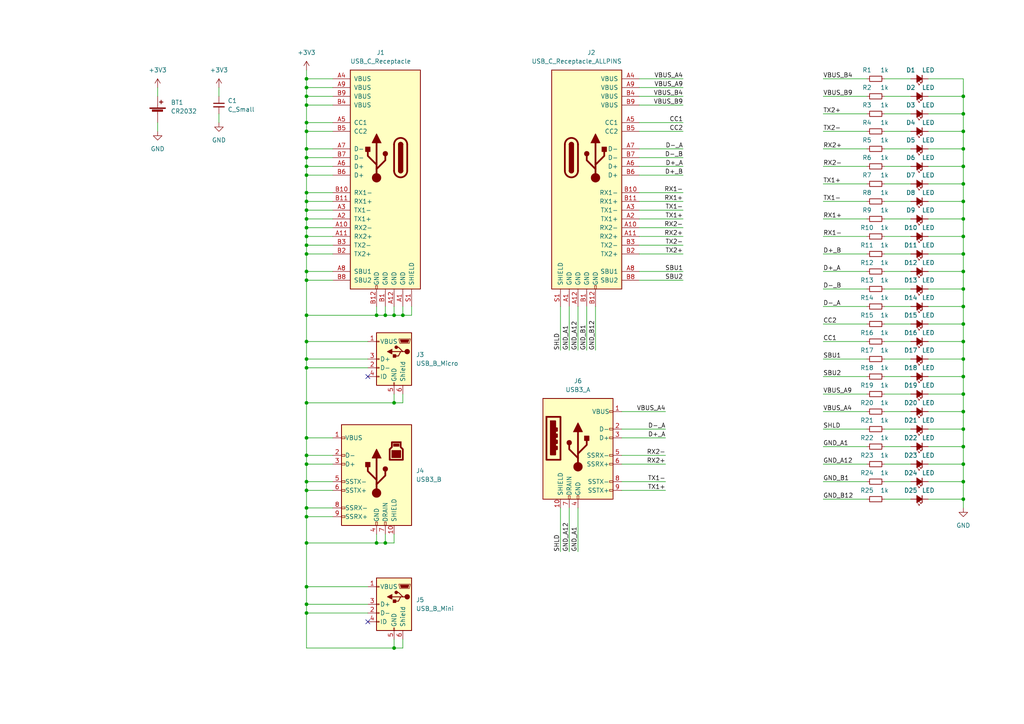
<source format=kicad_sch>
(kicad_sch (version 20230121) (generator eeschema)
  (paper "A4")
  (title_block (title "USB Cable Tester") (date "2023-08-19") (rev "2.2") (company "Quesadillon LLC"))
  (lib_symbols
    (symbol "Connector:USB3_A" (pin_names (offset 1.016))
      (property "Reference" "J" (at -10.16 15.24 0))
      (property "Value" "USB3_A" (at 10.16 15.24 0))
      (symbol "USB3_A_1_1"
        (pin power_in line (at 12.7 10.16 180) (length 2.54) (name "VBUS") (number "1"))
        (pin passive line (at -5.08 -17.78 90) (length 2.54) (name "SHIELD") (number "10"))
        (pin bidirectional line (at 12.7 5.08 180) (length 2.54) (name "D-") (number "2"))
        (pin bidirectional line (at 12.7 2.54 180) (length 2.54) (name "D+") (number "3"))
        (pin power_in line (at 0 -17.78 90) (length 2.54) (name "GND") (number "4"))
        (pin output line (at 12.7 -2.54 180) (length 2.54) (name "SSRX-") (number "5"))
        (pin output line (at 12.7 -5.08 180) (length 2.54) (name "SSRX+") (number "6"))
        (pin passive line (at -2.54 -17.78 90) (length 2.54) (name "DRAIN") (number "7"))
        (pin input line (at 12.7 -10.16 180) (length 2.54) (name "SSTX-") (number "8"))
        (pin input line (at 12.7 -12.7 180) (length 2.54) (name "SSTX+") (number "9"))
      )
    )
    (symbol "Connector:USB3_B" (pin_names (offset 1.016))
      (property "Reference" "J" (at -10.16 15.24 0))
      (property "Value" "USB3_B" (at 10.16 15.24 0))
      (symbol "USB3_B_1_1"
        (pin power_out line (at 12.7 10.16 180) (length 2.54) (name "VBUS") (number "1"))
        (pin passive line (at -5.08 -17.78 90) (length 2.54) (name "SHIELD") (number "10"))
        (pin bidirectional line (at 12.7 5.08 180) (length 2.54) (name "D-") (number "2"))
        (pin bidirectional line (at 12.7 2.54 180) (length 2.54) (name "D+") (number "3"))
        (pin power_out line (at 0 -17.78 90) (length 2.54) (name "GND") (number "4"))
        (pin output line (at 12.7 -2.54 180) (length 2.54) (name "SSTX-") (number "5"))
        (pin output line (at 12.7 -5.08 180) (length 2.54) (name "SSTX+") (number "6"))
        (pin passive line (at -2.54 -17.78 90) (length 2.54) (name "DRAIN") (number "7"))
        (pin input line (at 12.7 -10.16 180) (length 2.54) (name "SSRX-") (number "8"))
        (pin input line (at 12.7 -12.7 180) (length 2.54) (name "SSRX+") (number "9"))
      )
    )
    (symbol "Connector:USB_B_Micro" (pin_names (offset 1.016))
      (property "Reference" "J" (at -5.08 11.43 0))
      (property "Value" "USB_B_Micro" (at -5.08 8.89 0))
      (symbol "USB_B_Micro_1_1"
        (pin power_out line (at 7.62 5.08 180) (length 2.54) (name "VBUS") (number "1"))
        (pin bidirectional line (at 7.62 -2.54 180) (length 2.54) (name "D-") (number "2"))
        (pin bidirectional line (at 7.62 0 180) (length 2.54) (name "D+") (number "3"))
        (pin passive line (at 7.62 -5.08 180) (length 2.54) (name "ID") (number "4"))
        (pin power_out line (at 0 -10.16 90) (length 2.54) (name "GND") (number "5"))
        (pin passive line (at -2.54 -10.16 90) (length 2.54) (name "Shield") (number "6"))
      )
    )
    (symbol "Connector:USB_B_Mini" (pin_names (offset 1.016))
      (property "Reference" "J" (at -5.08 11.43 0))
      (property "Value" "USB_B_Mini" (at -5.08 8.89 0))
      (symbol "USB_B_Mini_1_1"
        (pin power_out line (at 7.62 5.08 180) (length 2.54) (name "VBUS") (number "1"))
        (pin bidirectional line (at 7.62 -2.54 180) (length 2.54) (name "D-") (number "2"))
        (pin bidirectional line (at 7.62 0 180) (length 2.54) (name "D+") (number "3"))
        (pin passive line (at 7.62 -5.08 180) (length 2.54) (name "ID") (number "4"))
        (pin power_out line (at 0 -10.16 90) (length 2.54) (name "GND") (number "5"))
        (pin passive line (at -2.54 -10.16 90) (length 2.54) (name "Shield") (number "6"))
      )
    )
    (symbol "Device:Battery_Cell" (pin_numbers hide) (pin_names (offset 0) hide)
      (property "Reference" "BT" (at 2.54 2.54 0))
      (property "Value" "Battery_Cell" (at 2.54 0 0))
      (symbol "Battery_Cell_1_1"
        (pin passive line (at 0 5.08 270) (length 2.54) (name "+") (number "1"))
        (pin passive line (at 0 -2.54 90) (length 2.54) (name "-") (number "2"))
      )
    )
    (symbol "Device:C_Small" (pin_numbers hide) (pin_names (offset 0.254) hide)
      (property "Reference" "C" (at 0.254 1.778 0))
      (property "Value" "C_Small" (at 0.254 -2.032 0))
      (symbol "C_Small_1_1"
        (pin passive line (at 0 2.54 270) (length 2.032) (name "~") (number "1"))
        (pin passive line (at 0 -2.54 90) (length 2.032) (name "~") (number "2"))
      )
    )
    (symbol "Device:LED_Small_Filled" (pin_numbers hide) (pin_names (offset 0.254) hide)
      (property "Reference" "D" (at -1.27 3.175 0))
      (property "Value" "LED_Small_Filled" (at -4.445 -2.54 0))
      (symbol "LED_Small_Filled_1_1"
        (pin passive line (at -2.54 0 0) (length 1.778) (name "K") (number "1"))
        (pin passive line (at 2.54 0 180) (length 1.778) (name "A") (number "2"))
      )
    )
    (symbol "Device:R_Small" (pin_numbers hide) (pin_names (offset 0.254) hide)
      (property "Reference" "R" (at 0.762 0.508 0))
      (property "Value" "R_Small" (at 0.762 -1.016 0))
      (symbol "R_Small_1_1"
        (pin passive line (at 0 2.54 270) (length 0.762) (name "~") (number "1"))
        (pin passive line (at 0 -2.54 90) (length 0.762) (name "~") (number "2"))
      )
    )
    (symbol "USB_C_Receptacle_1" (pin_names (offset 1.016))
      (property "Reference" "J1" (at 0 33.02 0))
      (property "Value" "USB_C_Receptacle" (at 7.62 30.48 0))
      (symbol "USB_C_Receptacle_1_1_1"
        (pin passive line (at -7.62 -40.64 90) (length 5.08) (name "GND") (number "A1"))
        (pin bidirectional line (at 12.7 -17.78 180) (length 5.08) (name "RX2-") (number "A10"))
        (pin bidirectional line (at 12.7 -20.32 180) (length 5.08) (name "RX2+") (number "A11"))
        (pin passive line (at -5.08 -40.64 90) (length 5.08) (name "GND") (number "A12"))
        (pin bidirectional line (at 12.7 -15.24 180) (length 5.08) (name "TX1+") (number "A2"))
        (pin bidirectional line (at 12.7 -12.7 180) (length 5.08) (name "TX1-") (number "A3"))
        (pin passive line (at 12.7 25.4 180) (length 5.08) (name "VBUS") (number "A4"))
        (pin bidirectional line (at 12.7 12.7 180) (length 5.08) (name "CC1") (number "A5"))
        (pin bidirectional line (at 12.7 0 180) (length 5.08) (name "D+") (number "A6"))
        (pin bidirectional line (at 12.7 5.08 180) (length 5.08) (name "D-") (number "A7"))
        (pin bidirectional line (at 12.7 -30.48 180) (length 5.08) (name "SBU1") (number "A8"))
        (pin passive line (at 12.7 22.86 180) (length 5.08) (name "VBUS") (number "A9"))
        (pin passive line (at -2.54 -40.64 90) (length 5.08) (name "GND") (number "B1"))
        (pin bidirectional line (at 12.7 -7.62 180) (length 5.08) (name "RX1-") (number "B10"))
        (pin bidirectional line (at 12.7 -10.16 180) (length 5.08) (name "RX1+") (number "B11"))
        (pin passive line (at 0 -40.64 90) (length 5.08) (name "GND") (number "B12"))
        (pin bidirectional line (at 12.7 -25.4 180) (length 5.08) (name "TX2+") (number "B2"))
        (pin bidirectional line (at 12.7 -22.86 180) (length 5.08) (name "TX2-") (number "B3"))
        (pin passive line (at 12.7 17.78 180) (length 5.08) (name "VBUS") (number "B4"))
        (pin bidirectional line (at 12.7 10.16 180) (length 5.08) (name "CC2") (number "B5"))
        (pin bidirectional line (at 12.7 -2.54 180) (length 5.08) (name "D+") (number "B6"))
        (pin bidirectional line (at 12.7 2.54 180) (length 5.08) (name "D-") (number "B7"))
        (pin bidirectional line (at 12.7 -33.02 180) (length 5.08) (name "SBU2") (number "B8"))
        (pin passive line (at 12.7 20.32 180) (length 5.08) (name "VBUS") (number "B9"))
        (pin passive line (at -10.16 -40.64 90) (length 5.08) (name "SHIELD") (number "S1"))
      )
    )
    (symbol "USB_C_Receptacle_2" (pin_names (offset 1.016))
      (property "Reference" "J?" (at 0 33.02 0))
      (property "Value" "USB_C_Receptacle_ALLPINS" (at 7.62 30.48 0))
      (symbol "USB_C_Receptacle_2_1_1"
        (pin passive line (at -7.62 -40.64 90) (length 5.08) (name "GND") (number "A1"))
        (pin bidirectional line (at 12.7 -17.78 180) (length 5.08) (name "RX2-") (number "A10"))
        (pin bidirectional line (at 12.7 -20.32 180) (length 5.08) (name "RX2+") (number "A11"))
        (pin passive line (at -5.08 -40.64 90) (length 5.08) (name "GND") (number "A12"))
        (pin bidirectional line (at 12.7 -15.24 180) (length 5.08) (name "TX1+") (number "A2"))
        (pin bidirectional line (at 12.7 -12.7 180) (length 5.08) (name "TX1-") (number "A3"))
        (pin passive line (at 12.7 25.4 180) (length 5.08) (name "VBUS") (number "A4"))
        (pin bidirectional line (at 12.7 12.7 180) (length 5.08) (name "CC1") (number "A5"))
        (pin bidirectional line (at 12.7 0 180) (length 5.08) (name "D+") (number "A6"))
        (pin bidirectional line (at 12.7 5.08 180) (length 5.08) (name "D-") (number "A7"))
        (pin bidirectional line (at 12.7 -30.48 180) (length 5.08) (name "SBU1") (number "A8"))
        (pin passive line (at 12.7 22.86 180) (length 5.08) (name "VBUS") (number "A9"))
        (pin passive line (at -2.54 -40.64 90) (length 5.08) (name "GND") (number "B1"))
        (pin bidirectional line (at 12.7 -7.62 180) (length 5.08) (name "RX1-") (number "B10"))
        (pin bidirectional line (at 12.7 -10.16 180) (length 5.08) (name "RX1+") (number "B11"))
        (pin passive line (at 0 -40.64 90) (length 5.08) (name "GND") (number "B12"))
        (pin bidirectional line (at 12.7 -25.4 180) (length 5.08) (name "TX2+") (number "B2"))
        (pin bidirectional line (at 12.7 -22.86 180) (length 5.08) (name "TX2-") (number "B3"))
        (pin passive line (at 12.7 20.32 180) (length 5.08) (name "VBUS") (number "B4"))
        (pin bidirectional line (at 12.7 10.16 180) (length 5.08) (name "CC2") (number "B5"))
        (pin bidirectional line (at 12.7 -2.54 180) (length 5.08) (name "D+") (number "B6"))
        (pin bidirectional line (at 12.7 2.54 180) (length 5.08) (name "D-") (number "B7"))
        (pin bidirectional line (at 12.7 -33.02 180) (length 5.08) (name "SBU2") (number "B8"))
        (pin passive line (at 12.7 17.78 180) (length 5.08) (name "VBUS") (number "B9"))
        (pin passive line (at -10.16 -40.64 90) (length 5.08) (name "SHIELD") (number "S1"))
      )
    )
    (symbol "power:+3V3" (power) (pin_names (offset 0))
      (property "Value" "+3V3" (at 0 3.556 0))
      (symbol "+3V3_1_1"
        (pin power_in line (at 0 0 90) (length 0) hide (name "+3V3") (number "1"))
      )
    )
    (symbol "power:GND" (power) (pin_names (offset 0))
      (property "Value" "GND" (at 0 -3.81 0))
      (symbol "GND_1_1"
        (pin power_in line (at 0 0 270) (length 0) hide (name "GND") (number "1"))
      )
    )
  )
  (junction (at 88.9 134.62))
  (junction (at 88.9 78.74))
  (junction (at 279.4 43.18))
  (junction (at 109.22 91.44))
  (junction (at 88.9 66.04))
  (junction (at 114.3 91.44))
  (junction (at 88.9 127))
  (junction (at 88.9 106.68))
  (junction (at 111.76 91.44))
  (junction (at 88.9 25.4))
  (junction (at 88.9 132.08))
  (junction (at 279.4 139.7))
  (junction (at 88.9 55.88))
  (junction (at 88.9 38.1))
  (junction (at 88.9 68.58))
  (junction (at 114.3 187.96))
  (junction (at 88.9 45.72))
  (junction (at 88.9 177.8))
  (junction (at 88.9 58.42))
  (junction (at 88.9 116.84))
  (junction (at 88.9 149.86))
  (junction (at 88.9 99.06))
  (junction (at 279.4 99.06))
  (junction (at 279.4 119.38))
  (junction (at 88.9 73.66))
  (junction (at 279.4 27.94))
  (junction (at 88.9 30.48))
  (junction (at 88.9 175.26))
  (junction (at 109.22 157.48))
  (junction (at 279.4 58.42))
  (junction (at 88.9 35.56))
  (junction (at 88.9 50.8))
  (junction (at 111.76 157.48))
  (junction (at 279.4 88.9))
  (junction (at 279.4 104.14))
  (junction (at 88.9 142.24))
  (junction (at 88.9 91.44))
  (junction (at 279.4 68.58))
  (junction (at 116.84 91.44))
  (junction (at 88.9 157.48))
  (junction (at 88.9 104.14))
  (junction (at 279.4 83.82))
  (junction (at 88.9 71.12))
  (junction (at 88.9 139.7))
  (junction (at 88.9 81.28))
  (junction (at 88.9 27.94))
  (junction (at 279.4 53.34))
  (junction (at 279.4 78.74))
  (junction (at 279.4 63.5))
  (junction (at 279.4 144.78))
  (junction (at 279.4 109.22))
  (junction (at 88.9 147.32))
  (junction (at 279.4 129.54))
  (junction (at 88.9 43.18))
  (junction (at 279.4 93.98))
  (junction (at 88.9 170.18))
  (junction (at 279.4 48.26))
  (junction (at 279.4 124.46))
  (junction (at 88.9 48.26))
  (junction (at 279.4 73.66))
  (junction (at 279.4 114.3))
  (junction (at 279.4 38.1))
  (junction (at 88.9 63.5))
  (junction (at 279.4 134.62))
  (junction (at 88.9 60.96))
  (junction (at 114.3 116.84))
  (junction (at 88.9 22.86))
  (junction (at 279.4 33.02))
  (no_connect (at 106.68 109.22))
  (no_connect (at 106.68 180.34))
  (wire (pts (xy 256.54 78.74) (xy 264.16 78.74)))
  (wire (pts (xy 88.9 43.18) (xy 88.9 45.72)))
  (wire (pts (xy 256.54 99.06) (xy 264.16 99.06)))
  (wire (pts (xy 88.9 68.58) (xy 96.52 68.58)))
  (wire (pts (xy 88.9 25.4) (xy 88.9 27.94)))
  (wire (pts (xy 88.9 48.26) (xy 88.9 50.8)))
  (wire (pts (xy 88.9 58.42) (xy 96.52 58.42)))
  (wire (pts (xy 88.9 50.8) (xy 88.9 55.88)))
  (wire (pts (xy 256.54 43.18) (xy 264.16 43.18)))
  (wire (pts (xy 88.9 78.74) (xy 88.9 81.28)))
  (wire (pts (xy 185.42 68.58) (xy 198.12 68.58)))
  (wire (pts (xy 256.54 63.5) (xy 264.16 63.5)))
  (wire (pts (xy 251.46 48.26) (xy 238.76 48.26)))
  (wire (pts (xy 279.4 63.5) (xy 279.4 68.58)))
  (wire (pts (xy 116.84 91.44) (xy 116.84 88.9)))
  (wire (pts (xy 269.24 78.74) (xy 279.4 78.74)))
  (wire (pts (xy 88.9 43.18) (xy 96.52 43.18)))
  (wire (pts (xy 269.24 134.62) (xy 279.4 134.62)))
  (wire (pts (xy 279.4 114.3) (xy 279.4 119.38)))
  (wire (pts (xy 88.9 48.26) (xy 96.52 48.26)))
  (wire (pts (xy 256.54 88.9) (xy 264.16 88.9)))
  (wire (pts (xy 251.46 144.78) (xy 238.76 144.78)))
  (wire (pts (xy 269.24 68.58) (xy 279.4 68.58)))
  (wire (pts (xy 256.54 93.98) (xy 264.16 93.98)))
  (wire (pts (xy 251.46 129.54) (xy 238.76 129.54)))
  (wire (pts (xy 119.38 88.9) (xy 119.38 91.44)))
  (wire (pts (xy 251.46 114.3) (xy 238.76 114.3)))
  (wire (pts (xy 88.9 45.72) (xy 88.9 48.26)))
  (wire (pts (xy 279.4 33.02) (xy 279.4 38.1)))
  (wire (pts (xy 114.3 116.84) (xy 88.9 116.84)))
  (wire (pts (xy 251.46 22.86) (xy 238.76 22.86)))
  (wire (pts (xy 256.54 83.82) (xy 264.16 83.82)))
  (wire (pts (xy 256.54 124.46) (xy 264.16 124.46)))
  (wire (pts (xy 269.24 93.98) (xy 279.4 93.98)))
  (wire (pts (xy 256.54 22.86) (xy 264.16 22.86)))
  (wire (pts (xy 88.9 78.74) (xy 96.52 78.74)))
  (wire (pts (xy 88.9 170.18) (xy 106.68 170.18)))
  (wire (pts (xy 111.76 91.44) (xy 114.3 91.44)))
  (wire (pts (xy 116.84 185.42) (xy 116.84 187.96)))
  (wire (pts (xy 256.54 134.62) (xy 264.16 134.62)))
  (wire (pts (xy 162.56 147.32) (xy 162.56 160.02)))
  (wire (pts (xy 180.34 132.08) (xy 193.04 132.08)))
  (wire (pts (xy 114.3 154.94) (xy 114.3 157.48)))
  (wire (pts (xy 111.76 88.9) (xy 111.76 91.44)))
  (wire (pts (xy 180.34 124.46) (xy 193.04 124.46)))
  (wire (pts (xy 251.46 109.22) (xy 238.76 109.22)))
  (wire (pts (xy 269.24 43.18) (xy 279.4 43.18)))
  (wire (pts (xy 185.42 25.4) (xy 198.12 25.4)))
  (wire (pts (xy 88.9 81.28) (xy 88.9 91.44)))
  (wire (pts (xy 279.4 48.26) (xy 279.4 53.34)))
  (wire (pts (xy 269.24 27.94) (xy 279.4 27.94)))
  (wire (pts (xy 185.42 55.88) (xy 198.12 55.88)))
  (wire (pts (xy 116.84 187.96) (xy 114.3 187.96)))
  (wire (pts (xy 269.24 104.14) (xy 279.4 104.14)))
  (wire (pts (xy 251.46 124.46) (xy 238.76 124.46)))
  (wire (pts (xy 279.4 73.66) (xy 279.4 78.74)))
  (wire (pts (xy 251.46 73.66) (xy 238.76 73.66)))
  (wire (pts (xy 88.9 116.84) (xy 88.9 127)))
  (wire (pts (xy 256.54 139.7) (xy 264.16 139.7)))
  (wire (pts (xy 185.42 38.1) (xy 198.12 38.1)))
  (wire (pts (xy 88.9 106.68) (xy 106.68 106.68)))
  (wire (pts (xy 172.72 88.9) (xy 172.72 101.6)))
  (wire (pts (xy 269.24 38.1) (xy 279.4 38.1)))
  (wire (pts (xy 88.9 22.86) (xy 88.9 25.4)))
  (wire (pts (xy 109.22 91.44) (xy 111.76 91.44)))
  (wire (pts (xy 279.4 93.98) (xy 279.4 99.06)))
  (wire (pts (xy 88.9 55.88) (xy 96.52 55.88)))
  (wire (pts (xy 269.24 99.06) (xy 279.4 99.06)))
  (wire (pts (xy 185.42 50.8) (xy 198.12 50.8)))
  (wire (pts (xy 167.64 147.32) (xy 167.64 160.02)))
  (wire (pts (xy 111.76 154.94) (xy 111.76 157.48)))
  (wire (pts (xy 109.22 91.44) (xy 109.22 88.9)))
  (wire (pts (xy 45.72 35.56) (xy 45.72 38.1)))
  (wire (pts (xy 88.9 71.12) (xy 88.9 73.66)))
  (wire (pts (xy 279.4 83.82) (xy 279.4 88.9)))
  (wire (pts (xy 63.5 33.02) (xy 63.5 35.56)))
  (wire (pts (xy 180.34 127) (xy 193.04 127)))
  (wire (pts (xy 88.9 106.68) (xy 88.9 116.84)))
  (wire (pts (xy 88.9 73.66) (xy 88.9 78.74)))
  (wire (pts (xy 88.9 99.06) (xy 88.9 91.44)))
  (wire (pts (xy 269.24 63.5) (xy 279.4 63.5)))
  (wire (pts (xy 180.34 134.62) (xy 193.04 134.62)))
  (wire (pts (xy 88.9 134.62) (xy 88.9 139.7)))
  (wire (pts (xy 269.24 144.78) (xy 279.4 144.78)))
  (wire (pts (xy 63.5 25.4) (xy 63.5 27.94)))
  (wire (pts (xy 165.1 147.32) (xy 165.1 160.02)))
  (wire (pts (xy 185.42 30.48) (xy 198.12 30.48)))
  (wire (pts (xy 119.38 91.44) (xy 116.84 91.44)))
  (wire (pts (xy 185.42 78.74) (xy 198.12 78.74)))
  (wire (pts (xy 279.4 129.54) (xy 279.4 134.62)))
  (wire (pts (xy 279.4 104.14) (xy 279.4 109.22)))
  (wire (pts (xy 279.4 38.1) (xy 279.4 43.18)))
  (wire (pts (xy 88.9 99.06) (xy 106.68 99.06)))
  (wire (pts (xy 279.4 109.22) (xy 279.4 114.3)))
  (wire (pts (xy 88.9 147.32) (xy 88.9 149.86)))
  (wire (pts (xy 88.9 139.7) (xy 96.52 139.7)))
  (wire (pts (xy 88.9 132.08) (xy 96.52 132.08)))
  (wire (pts (xy 256.54 48.26) (xy 264.16 48.26)))
  (wire (pts (xy 279.4 43.18) (xy 279.4 48.26)))
  (wire (pts (xy 88.9 55.88) (xy 88.9 58.42)))
  (wire (pts (xy 185.42 60.96) (xy 198.12 60.96)))
  (wire (pts (xy 256.54 58.42) (xy 264.16 58.42)))
  (wire (pts (xy 251.46 134.62) (xy 238.76 134.62)))
  (wire (pts (xy 251.46 83.82) (xy 238.76 83.82)))
  (wire (pts (xy 114.3 91.44) (xy 116.84 91.44)))
  (wire (pts (xy 269.24 53.34) (xy 279.4 53.34)))
  (wire (pts (xy 269.24 48.26) (xy 279.4 48.26)))
  (wire (pts (xy 251.46 99.06) (xy 238.76 99.06)))
  (wire (pts (xy 114.3 114.3) (xy 114.3 116.84)))
  (wire (pts (xy 88.9 73.66) (xy 96.52 73.66)))
  (wire (pts (xy 180.34 142.24) (xy 193.04 142.24)))
  (wire (pts (xy 88.9 134.62) (xy 96.52 134.62)))
  (wire (pts (xy 256.54 144.78) (xy 264.16 144.78)))
  (wire (pts (xy 279.4 53.34) (xy 279.4 58.42)))
  (wire (pts (xy 109.22 157.48) (xy 88.9 157.48)))
  (wire (pts (xy 88.9 132.08) (xy 88.9 134.62)))
  (wire (pts (xy 269.24 83.82) (xy 279.4 83.82)))
  (wire (pts (xy 251.46 68.58) (xy 238.76 68.58)))
  (wire (pts (xy 162.56 88.9) (xy 162.56 101.6)))
  (wire (pts (xy 180.34 119.38) (xy 193.04 119.38)))
  (wire (pts (xy 114.3 185.42) (xy 114.3 187.96)))
  (wire (pts (xy 96.52 22.86) (xy 88.9 22.86)))
  (wire (pts (xy 114.3 187.96) (xy 88.9 187.96)))
  (wire (pts (xy 269.24 88.9) (xy 279.4 88.9)))
  (wire (pts (xy 185.42 48.26) (xy 198.12 48.26)))
  (wire (pts (xy 88.9 50.8) (xy 96.52 50.8)))
  (wire (pts (xy 269.24 139.7) (xy 279.4 139.7)))
  (wire (pts (xy 88.9 177.8) (xy 106.68 177.8)))
  (wire (pts (xy 185.42 66.04) (xy 198.12 66.04)))
  (wire (pts (xy 88.9 60.96) (xy 96.52 60.96)))
  (wire (pts (xy 88.9 38.1) (xy 96.52 38.1)))
  (wire (pts (xy 185.42 35.56) (xy 198.12 35.56)))
  (wire (pts (xy 170.18 88.9) (xy 170.18 101.6)))
  (wire (pts (xy 279.4 78.74) (xy 279.4 83.82)))
  (wire (pts (xy 279.4 134.62) (xy 279.4 139.7)))
  (wire (pts (xy 256.54 129.54) (xy 264.16 129.54)))
  (wire (pts (xy 88.9 149.86) (xy 88.9 157.48)))
  (wire (pts (xy 88.9 27.94) (xy 96.52 27.94)))
  (wire (pts (xy 88.9 81.28) (xy 96.52 81.28)))
  (wire (pts (xy 45.72 25.4) (xy 45.72 27.94)))
  (wire (pts (xy 116.84 114.3) (xy 116.84 116.84)))
  (wire (pts (xy 251.46 33.02) (xy 238.76 33.02)))
  (wire (pts (xy 269.24 124.46) (xy 279.4 124.46)))
  (wire (pts (xy 269.24 22.86) (xy 279.4 22.86)))
  (wire (pts (xy 251.46 78.74) (xy 238.76 78.74)))
  (wire (pts (xy 88.9 38.1) (xy 88.9 43.18)))
  (wire (pts (xy 279.4 22.86) (xy 279.4 27.94)))
  (wire (pts (xy 251.46 119.38) (xy 238.76 119.38)))
  (wire (pts (xy 88.9 66.04) (xy 88.9 68.58)))
  (wire (pts (xy 279.4 144.78) (xy 279.4 147.32)))
  (wire (pts (xy 185.42 71.12) (xy 198.12 71.12)))
  (wire (pts (xy 88.9 45.72) (xy 96.52 45.72)))
  (wire (pts (xy 88.9 25.4) (xy 96.52 25.4)))
  (wire (pts (xy 279.4 27.94) (xy 279.4 33.02)))
  (wire (pts (xy 114.3 157.48) (xy 111.76 157.48)))
  (wire (pts (xy 256.54 104.14) (xy 264.16 104.14)))
  (wire (pts (xy 88.9 63.5) (xy 96.52 63.5)))
  (wire (pts (xy 167.64 88.9) (xy 167.64 101.6)))
  (wire (pts (xy 88.9 175.26) (xy 106.68 175.26)))
  (wire (pts (xy 180.34 139.7) (xy 193.04 139.7)))
  (wire (pts (xy 88.9 177.8) (xy 88.9 187.96)))
  (wire (pts (xy 88.9 66.04) (xy 96.52 66.04)))
  (wire (pts (xy 256.54 33.02) (xy 264.16 33.02)))
  (wire (pts (xy 269.24 33.02) (xy 279.4 33.02)))
  (wire (pts (xy 88.9 35.56) (xy 88.9 38.1)))
  (wire (pts (xy 165.1 88.9) (xy 165.1 101.6)))
  (wire (pts (xy 269.24 109.22) (xy 279.4 109.22)))
  (wire (pts (xy 88.9 104.14) (xy 106.68 104.14)))
  (wire (pts (xy 88.9 157.48) (xy 88.9 170.18)))
  (wire (pts (xy 88.9 127) (xy 88.9 132.08)))
  (wire (pts (xy 256.54 114.3) (xy 264.16 114.3)))
  (wire (pts (xy 88.9 30.48) (xy 96.52 30.48)))
  (wire (pts (xy 269.24 119.38) (xy 279.4 119.38)))
  (wire (pts (xy 185.42 58.42) (xy 198.12 58.42)))
  (wire (pts (xy 256.54 38.1) (xy 264.16 38.1)))
  (wire (pts (xy 269.24 114.3) (xy 279.4 114.3)))
  (wire (pts (xy 256.54 109.22) (xy 264.16 109.22)))
  (wire (pts (xy 256.54 68.58) (xy 264.16 68.58)))
  (wire (pts (xy 251.46 38.1) (xy 238.76 38.1)))
  (wire (pts (xy 88.9 106.68) (xy 88.9 104.14)))
  (wire (pts (xy 279.4 58.42) (xy 279.4 63.5)))
  (wire (pts (xy 251.46 93.98) (xy 238.76 93.98)))
  (wire (pts (xy 279.4 119.38) (xy 279.4 124.46)))
  (wire (pts (xy 269.24 129.54) (xy 279.4 129.54)))
  (wire (pts (xy 279.4 124.46) (xy 279.4 129.54)))
  (wire (pts (xy 88.9 170.18) (xy 88.9 175.26)))
  (wire (pts (xy 88.9 91.44) (xy 109.22 91.44)))
  (wire (pts (xy 88.9 142.24) (xy 88.9 147.32)))
  (wire (pts (xy 88.9 104.14) (xy 88.9 99.06)))
  (wire (pts (xy 269.24 58.42) (xy 279.4 58.42)))
  (wire (pts (xy 279.4 88.9) (xy 279.4 93.98)))
  (wire (pts (xy 279.4 68.58) (xy 279.4 73.66)))
  (wire (pts (xy 251.46 104.14) (xy 238.76 104.14)))
  (wire (pts (xy 279.4 99.06) (xy 279.4 104.14)))
  (wire (pts (xy 88.9 60.96) (xy 88.9 63.5)))
  (wire (pts (xy 251.46 58.42) (xy 238.76 58.42)))
  (wire (pts (xy 185.42 63.5) (xy 198.12 63.5)))
  (wire (pts (xy 88.9 127) (xy 96.52 127)))
  (wire (pts (xy 88.9 142.24) (xy 96.52 142.24)))
  (wire (pts (xy 251.46 53.34) (xy 238.76 53.34)))
  (wire (pts (xy 185.42 27.94) (xy 198.12 27.94)))
  (wire (pts (xy 88.9 30.48) (xy 88.9 35.56)))
  (wire (pts (xy 251.46 63.5) (xy 238.76 63.5)))
  (wire (pts (xy 88.9 139.7) (xy 88.9 142.24)))
  (wire (pts (xy 88.9 20.32) (xy 88.9 22.86)))
  (wire (pts (xy 88.9 71.12) (xy 96.52 71.12)))
  (wire (pts (xy 251.46 88.9) (xy 238.76 88.9)))
  (wire (pts (xy 88.9 175.26) (xy 88.9 177.8)))
  (wire (pts (xy 251.46 43.18) (xy 238.76 43.18)))
  (wire (pts (xy 185.42 73.66) (xy 198.12 73.66)))
  (wire (pts (xy 111.76 157.48) (xy 109.22 157.48)))
  (wire (pts (xy 88.9 149.86) (xy 96.52 149.86)))
  (wire (pts (xy 88.9 63.5) (xy 88.9 66.04)))
  (wire (pts (xy 88.9 147.32) (xy 96.52 147.32)))
  (wire (pts (xy 185.42 22.86) (xy 198.12 22.86)))
  (wire (pts (xy 256.54 73.66) (xy 264.16 73.66)))
  (wire (pts (xy 88.9 35.56) (xy 96.52 35.56)))
  (wire (pts (xy 256.54 53.34) (xy 264.16 53.34)))
  (wire (pts (xy 185.42 45.72) (xy 198.12 45.72)))
  (wire (pts (xy 269.24 73.66) (xy 279.4 73.66)))
  (wire (pts (xy 116.84 116.84) (xy 114.3 116.84)))
  (wire (pts (xy 256.54 27.94) (xy 264.16 27.94)))
  (wire (pts (xy 185.42 43.18) (xy 198.12 43.18)))
  (wire (pts (xy 114.3 88.9) (xy 114.3 91.44)))
  (wire (pts (xy 109.22 154.94) (xy 109.22 157.48)))
  (wire (pts (xy 88.9 27.94) (xy 88.9 30.48)))
  (wire (pts (xy 279.4 139.7) (xy 279.4 144.78)))
  (wire (pts (xy 185.42 81.28) (xy 198.12 81.28)))
  (wire (pts (xy 256.54 119.38) (xy 264.16 119.38)))
  (wire (pts (xy 251.46 139.7) (xy 238.76 139.7)))
  (wire (pts (xy 88.9 58.42) (xy 88.9 60.96)))
  (wire (pts (xy 88.9 68.58) (xy 88.9 71.12)))
  (wire (pts (xy 251.46 27.94) (xy 238.76 27.94)))
  (label "D+_A" (at 198.12 48.26 180))
  (label "GND_B12" (at 172.72 101.6 90))
  (label "TX2-" (at 198.12 71.12 180))
  (label "VBUS_B4" (at 198.12 27.94 180))
  (label "RX1+" (at 198.12 58.42 180))
  (label "VBUS_A9" (at 238.76 114.3 0))
  (label "VBUS_B4" (at 238.76 22.86 0))
  (label "RX2+" (at 193.04 134.62 180))
  (label "VBUS_A9" (at 198.12 25.4 180))
  (label "RX2-" (at 238.76 48.26 0))
  (label "GND_B12" (at 238.76 144.78 0))
  (label "CC2" (at 238.76 93.98 0))
  (label "D-_A" (at 193.04 124.46 180))
  (label "VBUS_B9" (at 198.12 30.48 180))
  (label "SBU2" (at 238.76 109.22 0))
  (label "GND_B1" (at 238.76 139.7 0))
  (label "TX2+" (at 198.12 73.66 180))
  (label "D-_A" (at 198.12 43.18 180))
  (label "SHLD" (at 162.56 160.02 90))
  (label "VBUS_B9" (at 238.76 27.94 0))
  (label "GND_A1" (at 167.64 160.02 90))
  (label "SHLD" (at 162.56 101.6 90))
  (label "SHLD" (at 238.76 124.46 0))
  (label "SBU1" (at 238.76 104.14 0))
  (label "RX2+" (at 238.76 43.18 0))
  (label "GND_B1" (at 170.18 101.6 90))
  (label "RX2-" (at 198.12 66.04 180))
  (label "CC1" (at 238.76 99.06 0))
  (label "GND_A1" (at 238.76 129.54 0))
  (label "TX2-" (at 238.76 38.1 0))
  (label "TX2+" (at 238.76 33.02 0))
  (label "D-_B" (at 238.76 83.82 0))
  (label "D-_B" (at 198.12 45.72 180))
  (label "TX1-" (at 238.76 58.42 0))
  (label "TX1-" (at 198.12 60.96 180))
  (label "CC2" (at 198.12 38.1 180))
  (label "GND_A12" (at 165.1 160.02 90))
  (label "CC1" (at 198.12 35.56 180))
  (label "TX1+" (at 193.04 142.24 180))
  (label "D+_A" (at 238.76 78.74 0))
  (label "GND_A12" (at 167.64 101.6 90))
  (label "RX2-" (at 193.04 132.08 180))
  (label "RX1-" (at 198.12 55.88 180))
  (label "GND_A1" (at 165.1 101.6 90))
  (label "TX1-" (at 193.04 139.7 180))
  (label "RX2+" (at 198.12 68.58 180))
  (label "VBUS_A4" (at 238.76 119.38 0))
  (label "D+_A" (at 193.04 127 180))
  (label "TX1+" (at 238.76 53.34 0))
  (label "RX1-" (at 238.76 68.58 0))
  (label "TX1+" (at 198.12 63.5 180))
  (label "VBUS_A4" (at 198.12 22.86 180))
  (label "VBUS_A4" (at 193.04 119.38 180))
  (label "D+_B" (at 198.12 50.8 180))
  (label "SBU2" (at 198.12 81.28 180))
  (label "RX1+" (at 238.76 63.5 0))
  (label "D-_A" (at 238.76 88.9 0))
  (label "SBU1" (at 198.12 78.74 180))
  (label "GND_A12" (at 238.76 134.62 0))
  (label "D+_B" (at 238.76 73.66 0))
  (symbol (lib_id "Device:R_Small") (at 254 109.22 90) (unit 1)
    (property "Reference" "R18" (at 251.46 106.68 90))
    (property "Value" "1k" (at 256.54 106.68 90))
    (property "Footprint" "Resistor_SMD:R_0603_1608Metric" (effects hide))
    (property "LCSC" "C4190" (effects hide))
  )
  (symbol (lib_id "Device:LED_Small_Filled") (at 266.7 22.86 180) (unit 1)
    (property "Reference" "D1" (at 264.16 20.32 0))
    (property "Value" "LED" (at 269.24 20.32 0))
    (property "Footprint" "LED_SMD:LED_0603_1608Metric" (effects hide))
    (property "LCSC" "C72038" (effects hide))
  )
  (symbol (lib_id "Device:R_Small") (at 254 22.86 90) (unit 1)
    (property "Reference" "R1" (at 251.46 20.32 90))
    (property "Value" "1k" (at 256.54 20.32 90))
    (property "Footprint" "Resistor_SMD:R_0603_1608Metric" (effects hide))
    (property "LCSC" "C4190" (effects hide))
  )
  (symbol (lib_id "Device:R_Small") (at 254 83.82 90) (unit 1)
    (property "Reference" "R13" (at 251.46 81.28 90))
    (property "Value" "1k" (at 256.54 81.28 90))
    (property "Footprint" "Resistor_SMD:R_0603_1608Metric" (effects hide))
    (property "LCSC" "C4190" (effects hide))
  )
  (symbol (lib_id "Device:LED_Small_Filled") (at 266.7 53.34 180) (unit 1)
    (property "Reference" "D7" (at 264.16 50.8 0))
    (property "Value" "LED" (at 269.24 50.8 0))
    (property "Footprint" "LED_SMD:LED_0603_1608Metric" (effects hide))
    (property "LCSC" "C72038" (effects hide))
  )
  (symbol (lib_name "USB_C_Receptacle_1") (lib_id "Connector:USB_C_Receptacle") (at 109.22 48.26 0) (mirror y) (unit 1)
    (property "Reference" "J1" (at 109.22 15.24 0) (effects (justify right)))
    (property "Value" "USB_C_Receptacle" (at 101.6 17.78 0) (effects (justify right)))
    (property "Footprint" "myfootprints:USB_C" (effects hide))
    (property "Datasheet" "https://datasheet.lcsc.com/lcsc/1912111437_SHOU-HAN-TYPE-C-24P-QCHT_C456013.pdf" (effects hide))
    (property "LCSC" "C456013" (effects hide))
  )
  (symbol (lib_id "Device:R_Small") (at 254 93.98 90) (unit 1)
    (property "Reference" "R15" (at 251.46 91.44 90))
    (property "Value" "1k" (at 256.54 91.44 90))
    (property "Footprint" "Resistor_SMD:R_0603_1608Metric" (effects hide))
    (property "LCSC" "C4190" (effects hide))
  )
  (symbol (lib_id "power:+3V3") (at 63.5 25.4 0) (unit 1)
    (property "Reference" "#PWR0101" (effects hide))
    (property "Value" "+3V3" (at 63.5 20.32 0))
  )
  (symbol (lib_id "Device:LED_Small_Filled") (at 266.7 99.06 180) (unit 1)
    (property "Reference" "D16" (at 264.16 96.52 0))
    (property "Value" "LED" (at 269.24 96.52 0))
    (property "Footprint" "LED_SMD:LED_0603_1608Metric" (effects hide))
    (property "LCSC" "C72038" (effects hide))
  )
  (symbol (lib_id "Device:R_Small") (at 254 33.02 90) (unit 1)
    (property "Reference" "R3" (at 251.46 30.48 90))
    (property "Value" "1k" (at 256.54 30.48 90))
    (property "Footprint" "Resistor_SMD:R_0603_1608Metric" (effects hide))
    (property "LCSC" "C4190" (effects hide))
  )
  (symbol (lib_id "Device:R_Small") (at 254 58.42 90) (unit 1)
    (property "Reference" "R8" (at 251.46 55.88 90))
    (property "Value" "1k" (at 256.54 55.88 90))
    (property "Footprint" "Resistor_SMD:R_0603_1608Metric" (effects hide))
    (property "LCSC" "C4190" (effects hide))
  )
  (symbol (lib_id "Device:LED_Small_Filled") (at 266.7 114.3 180) (unit 1)
    (property "Reference" "D19" (at 264.16 111.76 0))
    (property "Value" "LED" (at 269.24 111.76 0))
    (property "Footprint" "LED_SMD:LED_0603_1608Metric" (effects hide))
    (property "LCSC" "C72038" (effects hide))
  )
  (symbol (lib_id "Device:R_Small") (at 254 124.46 90) (unit 1)
    (property "Reference" "R21" (at 251.46 121.92 90))
    (property "Value" "1k" (at 256.54 121.92 90))
    (property "Footprint" "Resistor_SMD:R_0603_1608Metric" (effects hide))
    (property "LCSC" "C4190" (effects hide))
  )
  (symbol (lib_id "Device:R_Small") (at 254 99.06 90) (unit 1)
    (property "Reference" "R16" (at 251.46 96.52 90))
    (property "Value" "1k" (at 256.54 96.52 90))
    (property "Footprint" "Resistor_SMD:R_0603_1608Metric" (effects hide))
    (property "LCSC" "C4190" (effects hide))
  )
  (symbol (lib_id "Device:R_Small") (at 254 139.7 90) (unit 1)
    (property "Reference" "R24" (at 251.46 137.16 90))
    (property "Value" "1k" (at 256.54 137.16 90))
    (property "Footprint" "Resistor_SMD:R_0603_1608Metric" (effects hide))
    (property "LCSC" "C4190" (effects hide))
  )
  (symbol (lib_id "Device:R_Small") (at 254 119.38 90) (unit 1)
    (property "Reference" "R20" (at 251.46 116.84 90))
    (property "Value" "1k" (at 256.54 116.84 90))
    (property "Footprint" "Resistor_SMD:R_0603_1608Metric" (effects hide))
    (property "LCSC" "C4190" (effects hide))
  )
  (symbol (lib_id "Device:R_Small") (at 254 68.58 90) (unit 1)
    (property "Reference" "R10" (at 251.46 66.04 90))
    (property "Value" "1k" (at 256.54 66.04 90))
    (property "Footprint" "Resistor_SMD:R_0603_1608Metric" (effects hide))
    (property "LCSC" "C4190" (effects hide))
  )
  (symbol (lib_id "power:+3V3") (at 88.9 20.32 0) (unit 1)
    (property "Reference" "#PWR0105" (effects hide))
    (property "Value" "+3V3" (at 88.9 15.24 0))
  )
  (symbol (lib_id "power:+3V3") (at 45.72 25.4 0) (unit 1)
    (property "Reference" "#PWR0103" (effects hide))
    (property "Value" "+3V3" (at 45.72 20.32 0))
  )
  (symbol (lib_id "Device:LED_Small_Filled") (at 266.7 43.18 180) (unit 1)
    (property "Reference" "D5" (at 264.16 40.64 0))
    (property "Value" "LED" (at 269.24 40.64 0))
    (property "Footprint" "LED_SMD:LED_0603_1608Metric" (effects hide))
    (property "LCSC" "C72038" (effects hide))
  )
  (symbol (lib_id "Device:LED_Small_Filled") (at 266.7 109.22 180) (unit 1)
    (property "Reference" "D18" (at 264.16 106.68 0))
    (property "Value" "LED" (at 269.24 106.68 0))
    (property "Footprint" "LED_SMD:LED_0603_1608Metric" (effects hide))
    (property "LCSC" "C72038" (effects hide))
  )
  (symbol (lib_id "Device:R_Small") (at 254 53.34 90) (unit 1)
    (property "Reference" "R7" (at 251.46 50.8 90))
    (property "Value" "1k" (at 256.54 50.8 90))
    (property "Footprint" "Resistor_SMD:R_0603_1608Metric" (effects hide))
    (property "LCSC" "C4190" (effects hide))
  )
  (symbol (lib_id "Device:LED_Small_Filled") (at 266.7 68.58 180) (unit 1)
    (property "Reference" "D10" (at 264.16 66.04 0))
    (property "Value" "LED" (at 269.24 66.04 0))
    (property "Footprint" "LED_SMD:LED_0603_1608Metric" (effects hide))
    (property "LCSC" "C72038" (effects hide))
  )
  (symbol (lib_id "Device:R_Small") (at 254 43.18 90) (unit 1)
    (property "Reference" "R5" (at 251.46 40.64 90))
    (property "Value" "1k" (at 256.54 40.64 90))
    (property "Footprint" "Resistor_SMD:R_0603_1608Metric" (effects hide))
    (property "LCSC" "C4190" (effects hide))
  )
  (symbol (lib_id "power:GND") (at 63.5 35.56 0) (unit 1)
    (property "Reference" "#PWR0102" (effects hide))
    (property "Value" "GND" (at 63.5 40.64 0))
  )
  (symbol (lib_id "Connector:USB_B_Mini") (at 114.3 175.26 0) (mirror y) (unit 1)
    (property "Reference" "J5" (at 120.65 173.9899 0) (effects (justify right)))
    (property "Value" "USB_B_Mini" (at 120.65 176.5299 0) (effects (justify right)))
    (property "Footprint" "easyeda:MINI-USB-SMD_MINI-5PTP" (effects hide))
    (property "LCSC" "C2681563" (effects hide))
  )
  (symbol (lib_id "power:GND") (at 279.4 147.32 0) (unit 1)
    (property "Reference" "#PWR0106" (effects hide))
    (property "Value" "GND" (at 279.4 152.4 0))
  )
  (symbol (lib_id "Device:LED_Small_Filled") (at 266.7 124.46 180) (unit 1)
    (property "Reference" "D21" (at 264.16 121.92 0))
    (property "Value" "LED" (at 269.24 121.92 0))
    (property "Footprint" "LED_SMD:LED_0603_1608Metric" (effects hide))
    (property "LCSC" "C72038" (effects hide))
  )
  (symbol (lib_id "power:GND") (at 45.72 38.1 0) (unit 1)
    (property "Reference" "#PWR0104" (effects hide))
    (property "Value" "GND" (at 45.72 43.18 0))
  )
  (symbol (lib_id "Device:LED_Small_Filled") (at 266.7 78.74 180) (unit 1)
    (property "Reference" "D12" (at 264.16 76.2 0))
    (property "Value" "LED" (at 269.24 76.2 0))
    (property "Footprint" "LED_SMD:LED_0603_1608Metric" (effects hide))
    (property "LCSC" "C72038" (effects hide))
  )
  (symbol (lib_id "Device:R_Small") (at 254 78.74 90) (unit 1)
    (property "Reference" "R12" (at 251.46 76.2 90))
    (property "Value" "1k" (at 256.54 76.2 90))
    (property "Footprint" "Resistor_SMD:R_0603_1608Metric" (effects hide))
    (property "LCSC" "C4190" (effects hide))
  )
  (symbol (lib_id "Device:Battery_Cell") (at 45.72 33.02 0) (unit 1)
    (property "Reference" "BT1" (at 49.53 29.7179 0) (effects (justify left)))
    (property "Value" "CR2032" (at 49.53 32.2579 0) (effects (justify left)))
    (property "Footprint" "easyeda:BAT-TH_CR2032-BS-6-1" (effects hide))
    (property "LCSC" "C70377" (effects hide))
  )
  (symbol (lib_id "Device:LED_Small_Filled") (at 266.7 73.66 180) (unit 1)
    (property "Reference" "D11" (at 264.16 71.12 0))
    (property "Value" "LED" (at 269.24 71.12 0))
    (property "Footprint" "LED_SMD:LED_0603_1608Metric" (effects hide))
    (property "LCSC" "C72038" (effects hide))
  )
  (symbol (lib_id "Device:C_Small") (at 63.5 30.48 0) (unit 1)
    (property "Reference" "C1" (at 66.04 29.2162 0) (effects (justify left)))
    (property "Value" "C_Small" (at 66.04 31.7562 0) (effects (justify left)))
    (property "Footprint" "Capacitor_SMD:C_0805_2012Metric" (effects hide))
    (property "LCSC" "C15850" (effects hide))
  )
  (symbol (lib_id "Device:LED_Small_Filled") (at 266.7 93.98 180) (unit 1)
    (property "Reference" "D15" (at 264.16 91.44 0))
    (property "Value" "LED" (at 269.24 91.44 0))
    (property "Footprint" "LED_SMD:LED_0603_1608Metric" (effects hide))
    (property "LCSC" "C72038" (effects hide))
  )
  (symbol (lib_id "Device:R_Small") (at 254 73.66 90) (unit 1)
    (property "Reference" "R11" (at 251.46 71.12 90))
    (property "Value" "1k" (at 256.54 71.12 90))
    (property "Footprint" "Resistor_SMD:R_0603_1608Metric" (effects hide))
    (property "LCSC" "C4190" (effects hide))
  )
  (symbol (lib_id "Device:LED_Small_Filled") (at 266.7 63.5 180) (unit 1)
    (property "Reference" "D9" (at 264.16 60.96 0))
    (property "Value" "LED" (at 269.24 60.96 0))
    (property "Footprint" "LED_SMD:LED_0603_1608Metric" (effects hide))
    (property "LCSC" "C72038" (effects hide))
  )
  (symbol (lib_id "Device:LED_Small_Filled") (at 266.7 38.1 180) (unit 1)
    (property "Reference" "D4" (at 264.16 35.56 0))
    (property "Value" "LED" (at 269.24 35.56 0))
    (property "Footprint" "LED_SMD:LED_0603_1608Metric" (effects hide))
    (property "LCSC" "C72038" (effects hide))
  )
  (symbol (lib_id "Device:R_Small") (at 254 129.54 90) (unit 1)
    (property "Reference" "R22" (at 251.46 127 90))
    (property "Value" "1k" (at 256.54 127 90))
    (property "Footprint" "Resistor_SMD:R_0603_1608Metric" (effects hide))
    (property "LCSC" "C4190" (effects hide))
  )
  (symbol (lib_id "Device:R_Small") (at 254 63.5 90) (unit 1)
    (property "Reference" "R9" (at 251.46 60.96 90))
    (property "Value" "1k" (at 256.54 60.96 90))
    (property "Footprint" "Resistor_SMD:R_0603_1608Metric" (effects hide))
    (property "LCSC" "C4190" (effects hide))
  )
  (symbol (lib_id "Device:R_Small") (at 254 114.3 90) (unit 1)
    (property "Reference" "R19" (at 251.46 111.76 90))
    (property "Value" "1k" (at 256.54 111.76 90))
    (property "Footprint" "Resistor_SMD:R_0603_1608Metric" (effects hide))
    (property "LCSC" "C4190" (effects hide))
  )
  (symbol (lib_id "Device:LED_Small_Filled") (at 266.7 104.14 180) (unit 1)
    (property "Reference" "D17" (at 264.16 101.6 0))
    (property "Value" "LED" (at 269.24 101.6 0))
    (property "Footprint" "LED_SMD:LED_0603_1608Metric" (effects hide))
    (property "LCSC" "C72038" (effects hide))
  )
  (symbol (lib_id "Device:R_Small") (at 254 48.26 90) (unit 1)
    (property "Reference" "R6" (at 251.46 45.72 90))
    (property "Value" "1k" (at 256.54 45.72 90))
    (property "Footprint" "Resistor_SMD:R_0603_1608Metric" (effects hide))
    (property "LCSC" "C4190" (effects hide))
  )
  (symbol (lib_id "Device:R_Small") (at 254 144.78 90) (unit 1)
    (property "Reference" "R25" (at 251.46 142.24 90))
    (property "Value" "1k" (at 256.54 142.24 90))
    (property "Footprint" "Resistor_SMD:R_0603_1608Metric" (effects hide))
    (property "LCSC" "C4190" (effects hide))
  )
  (symbol (lib_id "Device:R_Small") (at 254 27.94 90) (unit 1)
    (property "Reference" "R2" (at 251.46 25.4 90))
    (property "Value" "1k" (at 256.54 25.4 90))
    (property "Footprint" "Resistor_SMD:R_0603_1608Metric" (effects hide))
    (property "LCSC" "C4190" (effects hide))
  )
  (symbol (lib_id "Device:R_Small") (at 254 88.9 90) (unit 1)
    (property "Reference" "R14" (at 251.46 86.36 90))
    (property "Value" "1k" (at 256.54 86.36 90))
    (property "Footprint" "Resistor_SMD:R_0603_1608Metric" (effects hide))
    (property "LCSC" "C4190" (effects hide))
  )
  (symbol (lib_id "Device:LED_Small_Filled") (at 266.7 33.02 180) (unit 1)
    (property "Reference" "D3" (at 264.16 30.48 0))
    (property "Value" "LED" (at 269.24 30.48 0))
    (property "Footprint" "LED_SMD:LED_0603_1608Metric" (effects hide))
    (property "LCSC" "C72038" (effects hide))
  )
  (symbol (lib_id "Connector:USB3_B") (at 109.22 137.16 0) (mirror y) (unit 1)
    (property "Reference" "J4" (at 120.65 136.5249 0) (effects (justify right)))
    (property "Value" "USB3_B" (at 120.65 139.0649 0) (effects (justify right)))
    (property "Footprint" "easyeda:USB-B-TH_XUNPU_USB-306BWD-ARW" (effects hide))
    (property "LCSC" "C2895032" (effects hide))
  )
  (symbol (lib_id "Connector:USB3_A") (at 167.64 129.54 0) (unit 1)
    (property "Reference" "J6" (at 167.64 110.49 0))
    (property "Value" "USB3_A" (at 167.64 113.03 0))
    (property "Footprint" "easyeda:USB-A-TH_U231-091N-5" (effects hide))
    (property "LCSC" "C381137" (effects hide))
  )
  (symbol (lib_id "Device:LED_Small_Filled") (at 266.7 119.38 180) (unit 1)
    (property "Reference" "D20" (at 264.16 116.84 0))
    (property "Value" "LED" (at 269.24 116.84 0))
    (property "Footprint" "LED_SMD:LED_0603_1608Metric" (effects hide))
    (property "LCSC" "C72038" (effects hide))
  )
  (symbol (lib_id "Device:LED_Small_Filled") (at 266.7 139.7 180) (unit 1)
    (property "Reference" "D24" (at 264.16 137.16 0))
    (property "Value" "LED" (at 269.24 137.16 0))
    (property "Footprint" "LED_SMD:LED_0603_1608Metric" (effects hide))
    (property "LCSC" "C72038" (effects hide))
  )
  (symbol (lib_id "Device:LED_Small_Filled") (at 266.7 27.94 180) (unit 1)
    (property "Reference" "D2" (at 264.16 25.4 0))
    (property "Value" "LED" (at 269.24 25.4 0))
    (property "Footprint" "LED_SMD:LED_0603_1608Metric" (effects hide))
    (property "LCSC" "C72038" (effects hide))
  )
  (symbol (lib_id "Device:LED_Small_Filled") (at 266.7 48.26 180) (unit 1)
    (property "Reference" "D6" (at 264.16 45.72 0))
    (property "Value" "LED" (at 269.24 45.72 0))
    (property "Footprint" "LED_SMD:LED_0603_1608Metric" (effects hide))
    (property "LCSC" "C72038" (effects hide))
  )
  (symbol (lib_id "Device:LED_Small_Filled") (at 266.7 144.78 180) (unit 1)
    (property "Reference" "D25" (at 264.16 142.24 0))
    (property "Value" "LED" (at 269.24 142.24 0))
    (property "Footprint" "LED_SMD:LED_0603_1608Metric" (effects hide))
    (property "LCSC" "C72038" (effects hide))
  )
  (symbol (lib_id "Device:LED_Small_Filled") (at 266.7 134.62 180) (unit 1)
    (property "Reference" "D23" (at 264.16 132.08 0))
    (property "Value" "LED" (at 269.24 132.08 0))
    (property "Footprint" "LED_SMD:LED_0603_1608Metric" (effects hide))
    (property "LCSC" "C72038" (effects hide))
  )
  (symbol (lib_id "Device:LED_Small_Filled") (at 266.7 88.9 180) (unit 1)
    (property "Reference" "D14" (at 264.16 86.36 0))
    (property "Value" "LED" (at 269.24 86.36 0))
    (property "Footprint" "LED_SMD:LED_0603_1608Metric" (effects hide))
    (property "LCSC" "C72038" (effects hide))
  )
  (symbol (lib_id "Device:R_Small") (at 254 134.62 90) (unit 1)
    (property "Reference" "R23" (at 251.46 132.08 90))
    (property "Value" "1k" (at 256.54 132.08 90))
    (property "Footprint" "Resistor_SMD:R_0603_1608Metric" (effects hide))
    (property "LCSC" "C4190" (effects hide))
  )
  (symbol (lib_id "Device:LED_Small_Filled") (at 266.7 83.82 180) (unit 1)
    (property "Reference" "D13" (at 264.16 81.28 0))
    (property "Value" "LED" (at 269.24 81.28 0))
    (property "Footprint" "LED_SMD:LED_0603_1608Metric" (effects hide))
    (property "LCSC" "C72038" (effects hide))
  )
  (symbol (lib_name "USB_C_Receptacle_2") (lib_id "Connector:USB_C_Receptacle") (at 172.72 48.26 0) (unit 1)
    (property "Reference" "J2" (at 172.72 15.24 0) (effects (justify right)))
    (property "Value" "USB_C_Receptacle_ALLPINS" (at 180.34 17.78 0) (effects (justify right)))
    (property "Footprint" "myfootprints:USB_C" (effects hide))
    (property "Datasheet" "https://datasheet.lcsc.com/lcsc/1912111437_SHOU-HAN-TYPE-C-24P-QCHT_C456013.pdf" (effects hide))
    (property "LCSC" "C456013" (effects hide))
  )
  (symbol (lib_id "Device:LED_Small_Filled") (at 266.7 129.54 180) (unit 1)
    (property "Reference" "D22" (at 264.16 127 0))
    (property "Value" "LED" (at 269.24 127 0))
    (property "Footprint" "LED_SMD:LED_0603_1608Metric" (effects hide))
    (property "LCSC" "C72038" (effects hide))
  )
  (symbol (lib_id "Device:LED_Small_Filled") (at 266.7 58.42 180) (unit 1)
    (property "Reference" "D8" (at 264.16 55.88 0))
    (property "Value" "LED" (at 269.24 55.88 0))
    (property "Footprint" "LED_SMD:LED_0603_1608Metric" (effects hide))
    (property "LCSC" "C72038" (effects hide))
  )
  (symbol (lib_id "Device:R_Small") (at 254 38.1 90) (unit 1)
    (property "Reference" "R4" (at 251.46 35.56 90))
    (property "Value" "1k" (at 256.54 35.56 90))
    (property "Footprint" "Resistor_SMD:R_0603_1608Metric" (effects hide))
    (property "LCSC" "C4190" (effects hide))
  )
  (symbol (lib_id "Connector:USB_B_Micro") (at 114.3 104.14 0) (mirror y) (unit 1)
    (property "Reference" "J3" (at 120.65 102.8699 0) (effects (justify right)))
    (property "Value" "USB_B_Micro" (at 120.65 105.4099 0) (effects (justify right)))
    (property "Footprint" "easyeda:MICRO-USB-SMD_10118194-0001LF" (effects hide))
    (property "LCSC" "C132563" (effects hide))
  )
  (symbol (lib_id "Device:R_Small") (at 254 104.14 90) (unit 1)
    (property "Reference" "R17" (at 251.46 101.6 90))
    (property "Value" "1k" (at 256.54 101.6 90))
    (property "Footprint" "Resistor_SMD:R_0603_1608Metric" (effects hide))
    (property "LCSC" "C4190" (effects hide))
  )
)
</source>
